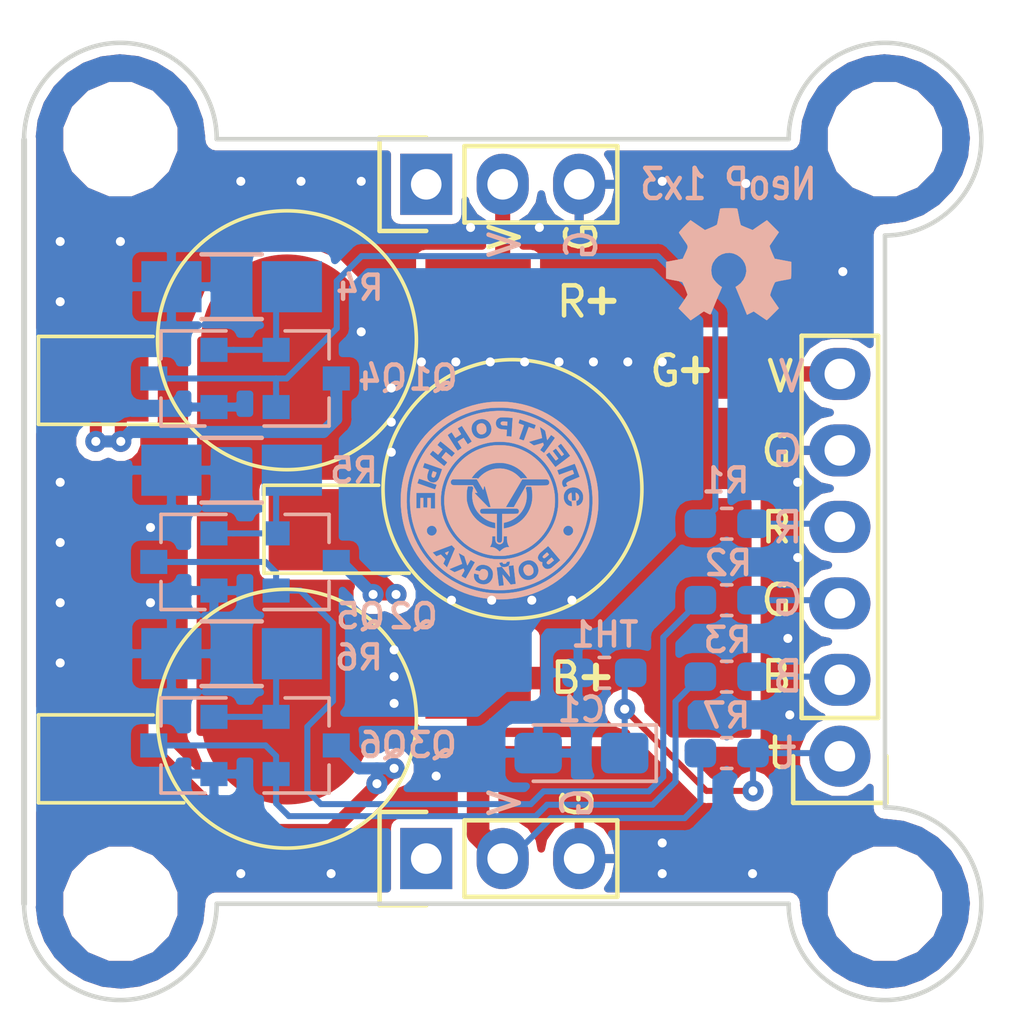
<source format=kicad_pcb>
(kicad_pcb (version 20171130) (host pcbnew "(5.0.0)")
  (layers (0 F.Cu signal) (31 B.Cu signal) (34 B.Paste user) (35 F.Paste user) (36 B.SilkS user) (37 F.SilkS user) (38 B.Mask user hide) (39 F.Mask user) (44 Edge.Cuts user))
  (net 0 "")
  (net 1 GND)
  (net 2 +5V)
  (net 3 "Net-(D1-Pad1)")
  (net 4 R)
  (net 5 G)
  (net 6 B)
  (net 7 TC)
  (net 8 "Net-(Q1-Pad1)")
  (net 9 "Net-(Q2-Pad1)")
  (net 10 "Net-(Q3-Pad1)")
  (net 11 "Net-(Q1-Pad2)")
  (net 12 "Net-(Q2-Pad2)")
  (net 13 "Net-(Q3-Pad2)")
  (net 14 "Net-(D2-Pad1)")
  (net 15 "Net-(D3-Pad1)")
  (module Mounting_Holes:MountingHole_3.2mm_M3 (layer F.Cu) (at 125.4 100)
    (fp_text reference REF** hide)
    (fp_text value MountingHole_3.2mm_M3)
    (pad 1 np_thru_hole circle (at 0 0) (size 3.2 3.2) (drill 3.2) (layers *.Cu *.Mask))
  )
  (module Mounting_Holes:MountingHole_3.2mm_M3 (layer F.Cu) (at 125.4 74.6)
    (fp_text reference REF** hide)
    (fp_text value MountingHole_3.2mm_M3)
    (pad 1 np_thru_hole circle (at 0 0) (size 3.2 3.2) (drill 3.2) (layers *.Cu *.Mask))
  )
  (module Mounting_Holes:MountingHole_3.2mm_M3 (layer F.Cu) (at 100 74.6)
    (fp_text reference REF** hide)
    (fp_text value MountingHole_3.2mm_M3)
    (pad 1 np_thru_hole circle (at 0 0) (size 3.2 3.2) (drill 3.2) (layers *.Cu *.Mask))
  )
  (module Pin_Headers:Pin_Header_Straight_1x06 (layer F.Cu) (at 123.9 95.1 180)
    (fp_text reference J1 hide)
    (fp_text value Conn_01x06_Male)
    (pad 6 thru_hole oval (at 0 12.7 180) (size 2.032 1.7272) (drill 1.016) (layers *.Cu *.Mask) (net 2 +5V))
    (pad 5 thru_hole oval (at 0 10.16 180) (size 2.032 1.7272) (drill 1.016) (layers *.Cu *.Mask) (net 1 GND))
    (pad 4 thru_hole oval (at 0 7.62 180) (size 2.032 1.7272) (drill 1.016) (layers *.Cu *.Mask) (net 4 R))
    (pad 3 thru_hole oval (at 0 5.08 180) (size 2.032 1.7272) (drill 1.016) (layers *.Cu *.Mask) (net 5 G))
    (pad 2 thru_hole oval (at 0 2.54 180) (size 2.032 1.7272) (drill 1.016) (layers *.Cu *.Mask) (net 6 B))
    (pad 1 thru_hole circle (at 0 0 180) (size 2.032 2.032) (drill 1.016) (layers *.Cu *.Mask) (net 7 TC))
  )
  (module Resistors_SMD:R_1206_HandSoldering (layer B.Cu) (at 103.6955 79.502)
    (fp_text reference R4 (at 4.2545 0.0381) (layer B.SilkS) (effects (font (size 0.8 0.8)) (justify mirror)))
    (fp_text value 1,8R)
    (pad 1 smd rect (at -2 0) (size 2 1.7) (layers B.Cu B.Paste B.Mask) (net 1 GND))
    (pad 2 smd rect (at 2 0) (size 2 1.7) (layers B.Cu B.Paste B.Mask) (net 11 "Net-(Q1-Pad2)"))
  )
  (module Resistors_SMD:R_1206_HandSoldering (layer B.Cu) (at 103.6955 85.598)
    (fp_text reference R5 (at 4.064 0.0127) (layer B.SilkS) (effects (font (size 0.8 0.8)) (justify mirror)))
    (fp_text value 1,8R)
    (pad 1 smd rect (at -2 0) (size 2 1.7) (layers B.Cu B.Paste B.Mask) (net 1 GND))
    (pad 2 smd rect (at 2 0) (size 2 1.7) (layers B.Cu B.Paste B.Mask) (net 12 "Net-(Q2-Pad2)"))
  )
  (module Resistors_SMD:R_1206_HandSoldering (layer B.Cu) (at 103.6955 91.694)
    (fp_text reference R6 (at 4.2291 0.127) (layer B.SilkS) (effects (font (size 0.8 0.8)) (justify mirror)))
    (fp_text value 1,8R)
    (pad 2 smd rect (at 2 0) (size 2 1.7) (layers B.Cu B.Paste B.Mask) (net 13 "Net-(Q3-Pad2)"))
    (pad 1 smd rect (at -2 0) (size 2 1.7) (layers B.Cu B.Paste B.Mask) (net 1 GND))
  )
  (module Socket_Strips:Socket_Strip_Straight_1x03 (layer F.Cu) (at 110.16 76.1)
    (fp_text reference J2 hide)
    (fp_text value Conn_01x03_Female)
    (pad 1 thru_hole rect (at 0 0) (size 1.7272 2.032) (drill 1.016) (layers *.Cu *.Mask))
    (pad 2 thru_hole oval (at 2.54 0) (size 1.7272 2.032) (drill 1.016) (layers *.Cu *.Mask) (net 2 +5V))
    (pad 3 thru_hole oval (at 5.08 0) (size 1.7272 2.032) (drill 1.016) (layers *.Cu *.Mask) (net 1 GND))
  )
  (module Socket_Strips:Socket_Strip_Straight_1x03 (layer F.Cu) (at 110.16 98.5)
    (fp_text reference J3 hide)
    (fp_text value Conn_01x03_Female)
    (pad 3 thru_hole oval (at 5.08 0) (size 1.7272 2.032) (drill 1.016) (layers *.Cu *.Mask) (net 1 GND))
    (pad 2 thru_hole oval (at 2.54 0) (size 1.7272 2.032) (drill 1.016) (layers *.Cu *.Mask) (net 2 +5V))
    (pad 1 thru_hole rect (at 0 0) (size 1.7272 2.032) (drill 1.016) (layers *.Cu *.Mask))
  )
  (module Resistor_SMD:R_0603_1608Metric_Pad1.05x0.95mm_HandSolder (layer B.Cu) (at 120.142 87.376)
    (fp_text reference R1 (at -0.0381 -1.4351) (layer B.SilkS) (effects (font (size 0.8 0.8)) (justify mirror)))
    (fp_text value 47k)
    (pad 1 smd roundrect (at -0.875 0) (size 1.05 0.95) (layers B.Cu B.Paste B.Mask) (net 8 "Net-(Q1-Pad1)"))
    (pad 2 smd roundrect (at 0.875 0) (size 1.05 0.95) (layers B.Cu B.Paste B.Mask) (net 4 R))
  )
  (module Resistor_SMD:R_0603_1608Metric_Pad1.05x0.95mm_HandSolder (layer B.Cu) (at 120.142 89.916)
    (fp_text reference R2 (at 0.0508 -1.2319) (layer B.SilkS) (effects (font (size 0.8 0.8)) (justify mirror)))
    (fp_text value 47k)
    (pad 1 smd roundrect (at -0.875 0) (size 1.05 0.95) (layers B.Cu B.Paste B.Mask) (net 9 "Net-(Q2-Pad1)"))
    (pad 2 smd roundrect (at 0.875 0) (size 1.05 0.95) (layers B.Cu B.Paste B.Mask) (net 5 G))
  )
  (module Resistor_SMD:R_0603_1608Metric_Pad1.05x0.95mm_HandSolder (layer B.Cu) (at 120.142 92.456)
    (fp_text reference R3 (at 0.0254 -1.2192) (layer B.SilkS) (effects (font (size 0.8 0.8)) (justify mirror)))
    (fp_text value 47k)
    (pad 2 smd roundrect (at 0.875 0) (size 1.05 0.95) (layers B.Cu B.Paste B.Mask) (net 6 B))
    (pad 1 smd roundrect (at -0.875 0) (size 1.05 0.95) (layers B.Cu B.Paste B.Mask) (net 10 "Net-(Q3-Pad1)"))
  )
  (module Resistor_SMD:R_0603_1608Metric_Pad1.05x0.95mm_HandSolder (layer B.Cu) (at 120.142 94.996 180)
    (fp_text reference R7 (at 0.0127 1.2446 180) (layer B.SilkS) (effects (font (size 0.8 0.8)) (justify mirror)))
    (fp_text value 4,7k)
    (pad 2 smd roundrect (at 0.875 0 180) (size 1.05 0.95) (layers B.Cu B.Paste B.Mask) (net 2 +5V))
    (pad 1 smd roundrect (at -0.875 0 180) (size 1.05 0.95) (layers B.Cu B.Paste B.Mask) (net 7 TC))
  )
  (module Resistor_SMD:R_0603_1608Metric_Pad1.05x0.95mm_HandSolder (layer B.Cu) (at 116.078 92.329 180)
    (fp_text reference TH1 (at -0.0127 1.27 180) (layer B.SilkS) (effects (font (size 0.8 0.8)) (justify mirror)))
    (fp_text value Thermistor_NTC)
    (pad 1 smd roundrect (at -0.875 0 180) (size 1.05 0.95) (layers B.Cu B.Paste B.Mask) (net 7 TC))
    (pad 2 smd roundrect (at 0.875 0 180) (size 1.05 0.95) (layers B.Cu B.Paste B.Mask) (net 1 GND))
  )
  (module Package_TO_SOT_SMD:SOT-23 (layer B.Cu) (at 106.172 82.55)
    (fp_text reference Q1 (at 4.2164 -0.0254) (layer B.SilkS) (effects (font (size 0.8 0.8)) (justify mirror)))
    (fp_text value IRLML2060TRPBF)
    (pad 1 smd rect (at -1 0.95) (size 0.9 0.8) (layers B.Cu B.Paste B.Mask) (net 8 "Net-(Q1-Pad1)"))
    (pad 2 smd rect (at -1 -0.95) (size 0.9 0.8) (layers B.Cu B.Paste B.Mask) (net 11 "Net-(Q1-Pad2)"))
    (pad 3 smd rect (at 1 0) (size 0.9 0.8) (layers B.Cu B.Paste B.Mask) (net 3 "Net-(D1-Pad1)"))
  )
  (module Package_TO_SOT_SMD:SOT-23 (layer B.Cu) (at 106.172 88.646)
    (fp_text reference Q2 (at 3.556 1.8034) (layer B.SilkS) (effects (font (size 0.8 0.8)) (justify mirror)))
    (fp_text value IRLML2060TRPBF)
    (pad 1 smd rect (at -1 0.95) (size 0.9 0.8) (layers B.Cu B.Paste B.Mask) (net 9 "Net-(Q2-Pad1)"))
    (pad 2 smd rect (at -1 -0.95) (size 0.9 0.8) (layers B.Cu B.Paste B.Mask) (net 12 "Net-(Q2-Pad2)"))
    (pad 3 smd rect (at 1 0) (size 0.9 0.8) (layers B.Cu B.Paste B.Mask) (net 14 "Net-(D2-Pad1)"))
  )
  (module Package_TO_SOT_SMD:SOT-23 (layer B.Cu) (at 106.172 94.742)
    (fp_text reference Q3 (at 4.191 -0.0127) (layer B.SilkS) (effects (font (size 0.8 0.8)) (justify mirror)))
    (fp_text value IRLML2060TRPBF)
    (pad 3 smd rect (at 1 0) (size 0.9 0.8) (layers B.Cu B.Paste B.Mask) (net 15 "Net-(D3-Pad1)"))
    (pad 2 smd rect (at -1 -0.95) (size 0.9 0.8) (layers B.Cu B.Paste B.Mask) (net 13 "Net-(Q3-Pad2)"))
    (pad 1 smd rect (at -1 0.95) (size 0.9 0.8) (layers B.Cu B.Paste B.Mask) (net 10 "Net-(Q3-Pad1)"))
  )
  (module Package_TO_SOT_SMD:SOT-23 (layer B.Cu) (at 102.108 82.55 180)
    (fp_text reference Q4 (at -6.604 0.0254 180) (layer B.SilkS) (effects (font (size 0.8 0.8)) (justify mirror)))
    (fp_text value MMBT2222A)
    (pad 1 smd rect (at -1 0.95 180) (size 0.9 0.8) (layers B.Cu B.Paste B.Mask) (net 11 "Net-(Q1-Pad2)"))
    (pad 2 smd rect (at -1 -0.95 180) (size 0.9 0.8) (layers B.Cu B.Paste B.Mask) (net 1 GND))
    (pad 3 smd rect (at 1 0 180) (size 0.9 0.8) (layers B.Cu B.Paste B.Mask) (net 8 "Net-(Q1-Pad1)"))
  )
  (module Package_TO_SOT_SMD:SOT-23 (layer B.Cu) (at 102.108 88.646 180)
    (fp_text reference Q5 (at -5.8674 -1.8034 180) (layer B.SilkS) (effects (font (size 0.8 0.8)) (justify mirror)))
    (fp_text value MMBT2222A)
    (pad 3 smd rect (at 1 0 180) (size 0.9 0.8) (layers B.Cu B.Paste B.Mask) (net 9 "Net-(Q2-Pad1)"))
    (pad 2 smd rect (at -1 -0.95 180) (size 0.9 0.8) (layers B.Cu B.Paste B.Mask) (net 1 GND))
    (pad 1 smd rect (at -1 0.95 180) (size 0.9 0.8) (layers B.Cu B.Paste B.Mask) (net 12 "Net-(Q2-Pad2)"))
  )
  (module Package_TO_SOT_SMD:SOT-23 (layer B.Cu) (at 102.108 94.742 180)
    (fp_text reference Q6 (at -6.6167 0.0127 180) (layer B.SilkS) (effects (font (size 0.8 0.8)) (justify mirror)))
    (fp_text value MMBT2222A)
    (pad 3 smd rect (at 1 0 180) (size 0.9 0.8) (layers B.Cu B.Paste B.Mask) (net 10 "Net-(Q3-Pad1)"))
    (pad 2 smd rect (at -1 -0.95 180) (size 0.9 0.8) (layers B.Cu B.Paste B.Mask) (net 1 GND))
    (pad 1 smd rect (at -1 0.95 180) (size 0.9 0.8) (layers B.Cu B.Paste B.Mask) (net 13 "Net-(Q3-Pad2)"))
  )
  (module Capacitor_Tantalum_SMD:CP_EIA-3216-18_Kemet-A_Pad1.58x1.35mm_HandSolder (layer B.Cu) (at 115.316 94.996 180)
    (fp_text reference C1 (at 0 1.4478 180) (layer B.SilkS) (effects (font (size 0.8 0.8)) (justify mirror)))
    (fp_text value 4,7uF)
    (pad 1 smd roundrect (at -1.4375 0 180) (size 1.575 1.35) (layers B.Cu B.Paste B.Mask) (roundrect_rratio 0.185185) (net 7 TC))
    (pad 2 smd roundrect (at 1.4375 0 180) (size 1.575 1.35) (layers B.Cu B.Paste B.Mask) (roundrect_rratio 0.185185) (net 1 GND))
  )
  (module LED_SMD:LED_1W_3W_R8 (layer F.Cu) (at 105.533 81.28)
    (fp_text reference D1 hide)
    (fp_text value LED_PAD)
    (pad 2 smd rect (at 6.35 -1.35) (size 3.5 2.7) (layers F.Cu F.Paste F.Mask) (net 2 +5V))
    (pad 1 smd rect (at -6.35 1.35) (size 3.5 2.7) (layers F.Cu F.Paste F.Mask) (net 3 "Net-(D1-Pad1)"))
    (pad 3 smd circle (at 0 0) (size 5.7 5.7) (layers F.Cu F.Paste F.Mask) (net 2 +5V))
  )
  (module LED_SMD:LED_1W_3W_R8 (layer F.Cu) (at 113.025 86.225)
    (fp_text reference D2 hide)
    (fp_text value LED_PAD)
    (pad 3 smd circle (at 0 0) (size 5.7 5.7) (layers F.Cu F.Paste F.Mask) (net 2 +5V))
    (pad 1 smd rect (at -6.35 1.35) (size 3.5 2.7) (layers F.Cu F.Paste F.Mask) (net 14 "Net-(D2-Pad1)"))
    (pad 2 smd rect (at 6.35 -1.35) (size 3.5 2.7) (layers F.Cu F.Paste F.Mask) (net 2 +5V))
  )
  (module LED_SMD:LED_1W_3W_R8 (layer F.Cu) (at 105.533 93.853)
    (fp_text reference D3 hide)
    (fp_text value LED_PAD)
    (pad 2 smd rect (at 6.35 -1.35) (size 3.5 2.7) (layers F.Cu F.Paste F.Mask) (net 2 +5V))
    (pad 1 smd rect (at -6.35 1.35) (size 3.5 2.7) (layers F.Cu F.Paste F.Mask) (net 15 "Net-(D3-Pad1)"))
    (pad 3 smd circle (at 0 0) (size 5.7 5.7) (layers F.Cu F.Paste F.Mask) (net 2 +5V))
  )
  (module Mounting_Holes:MountingHole_3.2mm_M3 (layer F.Cu) (at 100 100)
    (fp_text reference REF** hide)
    (fp_text value MountingHole_3.2mm_M3)
    (pad 1 np_thru_hole circle (at 0 0) (size 3.2 3.2) (drill 3.2) (layers *.Cu *.Mask))
  )
  (module Symbols:oshw_5mm (layer B.Cu) (at 120.2 78.8 180)
    (fp_text reference G*** hide)
    (fp_text value LOGO hide)
  )
  (module Symbols:RDC_PCB (layer B.Cu) (at 112.6 86.6 180)
    (fp_text reference G*** hide)
    (fp_text value LOGO hide)
  )
  (gr_text "NeoP 1x3" (at 120.2 76.1) (layer B.SilkS) (effects (font (size 1 0.8)) (justify mirror)))
  (gr_text G (at 118.1 82.3) (layer F.SilkS) (effects (font (size 1 1))))
  (gr_text R (at 115 80) (layer F.SilkS) (effects (font (size 1 1))))
  (gr_text B (at 114.8 92.5) (layer F.SilkS) (effects (font (size 1 1))))
  (gr_text + (at 115.8 92.4) (layer F.SilkS) (effects (font (size 1 1) (thickness 0.2))))
  (gr_text + (at 119.1 82.2) (layer F.SilkS) (effects (font (size 1 1) (thickness 0.2))))
  (gr_text + (at 116 79.9) (layer F.SilkS) (effects (font (size 1 1) (thickness 0.2))))
  (gr_arc (start 100 100) (end 96.8 100) (angle -180) (layer Edge.Cuts) (width 0.15))
  (gr_line (start 96.8 74.625) (end 96.8 100) (layer Edge.Cuts) (width 0.2))
  (gr_arc (start 100 74.6) (end 103.2 74.6) (angle -180) (layer Edge.Cuts) (width 0.15))
  (gr_text G (at 115.316 78.105 90) (layer B.SilkS) (effects (font (size 1 1)) (justify mirror)))
  (gr_text V (at 112.776 78.105 90) (layer B.SilkS) (effects (font (size 1 1)) (justify mirror)))
  (gr_text V (at 112.776 96.647 90) (layer B.SilkS) (effects (font (size 1 1)) (justify mirror)))
  (gr_text G (at 115.189 96.647 90) (layer B.SilkS) (effects (font (size 1 1)) (justify mirror)))
  (gr_text V (at 112.776 96.647 90) (layer F.SilkS) (effects (font (size 1 1))))
  (gr_text G (at 115.189 96.647 90) (layer F.SilkS) (effects (font (size 1 1))))
  (gr_text G (at 115.316 77.851 90) (layer F.SilkS) (effects (font (size 1 1))))
  (gr_text V (at 112.776 77.851 90) (layer F.SilkS) (effects (font (size 1 1))))
  (gr_text t (at 122.174 94.996) (layer B.SilkS) (effects (font (size 1 1)) (justify mirror)))
  (gr_text B (at 122.174 92.456) (layer B.SilkS) (effects (font (size 1 1)) (justify mirror)))
  (gr_text G (at 122.174 89.916) (layer B.SilkS) (effects (font (size 1 1)) (justify mirror)))
  (gr_text R (at 122.174 87.503) (layer B.SilkS) (effects (font (size 1 1)) (justify mirror)))
  (gr_text G (at 122.174 84.963) (layer B.SilkS) (effects (font (size 1 1)) (justify mirror)))
  (gr_text V (at 122.301 82.4865) (layer B.SilkS) (effects (font (size 1 1)) (justify mirror)))
  (gr_text t (at 121.793 94.996) (layer F.SilkS) (effects (font (size 1 1))))
  (gr_text B (at 121.793 92.456) (layer F.SilkS) (effects (font (size 1 1))))
  (gr_text G (at 121.793 89.916) (layer F.SilkS) (effects (font (size 1 1))))
  (gr_text R (at 121.793 87.503) (layer F.SilkS) (effects (font (size 1 1))))
  (gr_text G (at 121.793 84.963) (layer F.SilkS) (effects (font (size 1 1))))
  (gr_text V (at 121.92 82.4865) (layer F.SilkS) (effects (font (size 1 1))))
  (gr_arc (start 125.4 100) (end 122.2 100) (angle -270) (layer Edge.Cuts) (width 0.15))
  (gr_arc (start 125.4 74.6) (end 125.4 77.8) (angle -270) (layer Edge.Cuts) (width 0.15))
  (gr_line (start 122.2 100) (end 103.2 100) (layer Edge.Cuts) (width 0.15))
  (gr_line (start 125.4 77.8) (end 125.4 96.8) (layer Edge.Cuts) (width 0.15))
  (gr_line (start 103.2 74.6) (end 122.2 74.6) (layer Edge.Cuts) (width 0.15))
  (via (at 104 99) (size 0.7) (drill 0.3) (layers F.Cu B.Cu) (net 1))
  (via (at 107 99) (size 0.7) (drill 0.3) (layers F.Cu B.Cu) (net 1))
  (via (at 108 76) (size 0.7) (drill 0.3) (layers F.Cu B.Cu) (net 1))
  (via (at 104 76) (size 0.7) (drill 0.3) (layers F.Cu B.Cu) (net 1))
  (via (at 106 76) (size 0.7) (drill 0.3) (layers F.Cu B.Cu) (net 1))
  (via (at 118 99) (size 0.7) (drill 0.3) (layers F.Cu B.Cu) (net 1))
  (via (at 121 99) (size 0.7) (drill 0.3) (layers F.Cu B.Cu) (net 1))
  (via (at 122.5 88.5) (size 0.7) (drill 0.3) (layers F.Cu B.Cu) (net 1))
  (via (at 122.5 86) (size 0.7) (drill 0.3) (layers F.Cu B.Cu) (net 1))
  (via (at 101 87.5) (size 0.7) (drill 0.3) (layers F.Cu B.Cu) (net 1))
  (via (at 101 90) (size 0.7) (drill 0.3) (layers F.Cu B.Cu) (net 1))
  (via (at 122.2375 93.726) (size 0.7) (drill 0.3) (layers F.Cu B.Cu) (net 1))
  (via (at 122.174 91.186) (size 0.7) (drill 0.3) (layers F.Cu B.Cu) (net 1))
  (via (at 113.919 77.5335) (size 0.7) (drill 0.3) (layers F.Cu B.Cu) (net 1))
  (via (at 111.633 77.5335) (size 0.7) (drill 0.3) (layers F.Cu B.Cu) (net 1))
  (via (at 118 76) (size 0.7) (drill 0.3) (layers F.Cu B.Cu) (net 1))
  (via (at 124 79) (size 0.7) (drill 0.3) (layers F.Cu B.Cu) (net 1))
  (via (at 118 97.9805) (size 0.7) (drill 0.3) (layers F.Cu B.Cu) (net 1))
  (via (at 110.49 95.758) (size 0.7) (drill 0.3) (layers F.Cu B.Cu) (net 1))
  (via (at 120.777 76.073) (size 0.7) (drill 0.3) (layers F.Cu B.Cu) (net 1))
  (via (at 98 78) (size 0.7) (drill 0.3) (layers F.Cu B.Cu) (net 1))
  (via (at 98 80) (size 0.7) (drill 0.3) (layers F.Cu B.Cu) (net 1))
  (via (at 98 86) (size 0.7) (drill 0.3) (layers F.Cu B.Cu) (net 1))
  (via (at 98 88) (size 0.7) (drill 0.3) (layers F.Cu B.Cu) (net 1))
  (via (at 98 90) (size 0.7) (drill 0.3) (layers F.Cu B.Cu) (net 1))
  (via (at 98 92) (size 0.7) (drill 0.3) (layers F.Cu B.Cu) (net 1))
  (via (at 100 78) (size 0.7) (drill 0.3) (layers F.Cu B.Cu) (net 1))
  (via (at 108 81) (size 0.7) (drill 0.3) (layers F.Cu B.Cu) (net 2))
  (segment (start 112.7 98.5) (end 112.7 98.3476) (width 0.5) (layer B.Cu) (net 2))
  (segment (start 112.7 98.222) (end 112.7 98.5) (width 0.5) (layer F.Cu) (net 2))
  (segment (start 112.7 98.5) (end 112.955 98.5) (width 0.2) (layer B.Cu) (net 2))
  (segment (start 112.955 98.5) (end 114.3 97.155) (width 0.2) (layer B.Cu) (net 2))
  (segment (start 114.3 97.155) (end 118.745 97.155) (width 0.2) (layer B.Cu) (net 2))
  (segment (start 119.267 96.633) (end 119.267 94.996) (width 0.2) (layer B.Cu) (net 2))
  (segment (start 118.745 97.155) (end 119.267 96.633) (width 0.2) (layer B.Cu) (net 2))
  (segment (start 123.9 82.4) (end 121.85 82.4) (width 0.5) (layer F.Cu) (net 2))
  (segment (start 112.7 79.113) (end 111.883 79.93) (width 0.5) (layer F.Cu) (net 2))
  (segment (start 112.7 76.1) (end 112.7 79.113) (width 0.5) (layer F.Cu) (net 2))
  (segment (start 111.883 79.93) (end 111.883 82) (width 0.5) (layer F.Cu) (net 2))
  (segment (start 111.883 82.2285) (end 111.244 82.8675) (width 0.5) (layer F.Cu) (net 2))
  (segment (start 107.1205 82.8675) (end 105.533 81.28) (width 0.5) (layer F.Cu) (net 2))
  (segment (start 111.244 82.8675) (end 109 82.8675) (width 0.5) (layer F.Cu) (net 2))
  (segment (start 111.883 79.93) (end 111.883 82.6095) (width 2) (layer F.Cu) (net 2))
  (segment (start 111.883 97.683) (end 112.7 98.5) (width 0.75) (layer F.Cu) (net 2))
  (segment (start 111.883 92.503) (end 111.883 97.683) (width 0.75) (layer F.Cu) (net 2))
  (via (at 114.571428 82) (size 0.7) (drill 0.3) (layers F.Cu B.Cu) (net 2))
  (segment (start 119.375 84.875) (end 116.125 84.875) (width 0.75) (layer F.Cu) (net 2))
  (segment (start 119.375 84.875) (end 119.375 82.375) (width 0.75) (layer F.Cu) (net 2))
  (segment (start 119.375 84.875) (end 119.375 87.625) (width 0.75) (layer F.Cu) (net 2))
  (segment (start 111.883 92.503) (end 114.497 92.503) (width 0.75) (layer F.Cu) (net 2))
  (segment (start 111.883 92.503) (end 111.883 90.117) (width 0.75) (layer F.Cu) (net 2))
  (segment (start 111.883 92.503) (end 109.503 92.503) (width 0.75) (layer F.Cu) (net 2))
  (via (at 113.428571 82) (size 0.7) (drill 0.3) (layers F.Cu B.Cu) (net 2))
  (segment (start 111.883 82) (end 111.883 82.2285) (width 0.5) (layer F.Cu) (net 2))
  (via (at 111.142857 82) (size 0.7) (drill 0.3) (layers F.Cu B.Cu) (net 2))
  (segment (start 111.883 82) (end 111.883 82) (width 0.5) (layer F.Cu) (net 2))
  (via (at 112.285714 82) (size 0.7) (drill 0.3) (layers F.Cu B.Cu) (net 2))
  (via (at 110 82) (size 0.7) (drill 0.3) (layers F.Cu B.Cu) (net 2))
  (via (at 116.857142 82) (size 0.7) (drill 0.3) (layers F.Cu B.Cu) (net 2))
  (via (at 115.714285 82) (size 0.7) (drill 0.3) (layers F.Cu B.Cu) (net 2))
  (via (at 118 82) (size 0.7) (drill 0.3) (layers F.Cu B.Cu) (net 2))
  (via (at 111 89.916) (size 0.7) (drill 0.3) (layers F.Cu B.Cu) (net 2))
  (segment (start 111.883 90.117) (end 111.883 90.117) (width 0.75) (layer F.Cu) (net 2))
  (via (at 115 89.916) (size 0.7) (drill 0.3) (layers F.Cu B.Cu) (net 2))
  (segment (start 109 82.8675) (end 107.1205 82.8675) (width 0.5) (layer F.Cu) (net 2))
  (via (at 109 82.8675) (size 0.7) (drill 0.3) (layers F.Cu B.Cu) (net 2))
  (via (at 109 84) (size 0.7) (drill 0.3) (layers F.Cu B.Cu) (net 2))
  (via (at 109 85) (size 0.7) (drill 0.3) (layers F.Cu B.Cu) (net 2))
  (segment (start 119.4 82.4) (end 119.375 82.375) (width 0.5) (layer F.Cu) (net 2))
  (segment (start 123.9 82.4) (end 119.4 82.4) (width 0.5) (layer F.Cu) (net 2))
  (via (at 109.093 93.345) (size 0.7) (drill 0.3) (layers F.Cu B.Cu) (net 2))
  (via (at 109.093 91.567) (size 0.7) (drill 0.3) (layers F.Cu B.Cu) (net 2))
  (segment (start 109.503 92.503) (end 109.503 92.503) (width 0.75) (layer F.Cu) (net 2))
  (via (at 109.093 92.456) (size 0.7) (drill 0.3) (layers F.Cu B.Cu) (net 2))
  (via (at 113.666666 89.916) (size 0.7) (drill 0.3) (layers F.Cu B.Cu) (net 2))
  (via (at 112.333333 89.916) (size 0.7) (drill 0.3) (layers F.Cu B.Cu) (net 2))
  (via (at 99.183 84.6415) (size 0.7) (drill 0.3) (layers F.Cu B.Cu) (net 3))
  (segment (start 99.183 84.6415) (end 100.0125 84.6415) (width 0.4) (layer B.Cu) (net 3))
  (segment (start 100.0165 84.6415) (end 100.33 84.328) (width 0.4) (layer B.Cu) (net 3))
  (segment (start 100.33 84.328) (end 106.7435 84.328) (width 0.4) (layer B.Cu) (net 3))
  (segment (start 107.172 83.8995) (end 107.172 82.55) (width 0.4) (layer B.Cu) (net 3))
  (segment (start 106.7435 84.328) (end 107.172 83.8995) (width 0.4) (layer B.Cu) (net 3))
  (segment (start 100.0125 84.6415) (end 100.0165 84.6415) (width 0.4) (layer B.Cu) (net 3))
  (via (at 100.0125 84.6415) (size 0.7) (drill 0.3) (layers F.Cu B.Cu) (net 3))
  (segment (start 100.0125 83.4595) (end 99.183 82.63) (width 0.4) (layer F.Cu) (net 3))
  (segment (start 100.0125 84.6415) (end 100.0125 83.4595) (width 0.4) (layer F.Cu) (net 3))
  (segment (start 99.183 84.6415) (end 99.183 82.63) (width 0.4) (layer F.Cu) (net 3))
  (segment (start 123.796 87.376) (end 123.9 87.48) (width 0.2) (layer B.Cu) (net 4))
  (segment (start 121.017 87.376) (end 123.796 87.376) (width 0.2) (layer B.Cu) (net 4))
  (segment (start 123.796 89.916) (end 123.9 90.02) (width 0.2) (layer B.Cu) (net 5))
  (segment (start 121.017 89.916) (end 123.796 89.916) (width 0.2) (layer B.Cu) (net 5))
  (segment (start 123.796 92.456) (end 123.9 92.56) (width 0.2) (layer B.Cu) (net 6))
  (segment (start 121.017 92.456) (end 123.796 92.456) (width 0.2) (layer B.Cu) (net 6))
  (segment (start 123.796 94.996) (end 123.9 95.1) (width 0.2) (layer B.Cu) (net 7))
  (segment (start 121.017 94.996) (end 123.796 94.996) (width 0.2) (layer B.Cu) (net 7))
  (via (at 116.7535 93.5355) (size 0.7) (drill 0.3) (layers F.Cu B.Cu) (net 7))
  (segment (start 116.7535 93.5379) (end 116.7535 93.5355) (width 0.2) (layer F.Cu) (net 7))
  (segment (start 118.3156 95.1) (end 116.7535 93.5379) (width 0.2) (layer F.Cu) (net 7))
  (segment (start 116.7535 94.996) (end 116.7535 93.5355) (width 0.2) (layer B.Cu) (net 7))
  (segment (start 116.7535 92.5285) (end 116.953 92.329) (width 0.2) (layer B.Cu) (net 7))
  (segment (start 116.7535 93.5355) (end 116.7535 92.5285) (width 0.2) (layer B.Cu) (net 7))
  (segment (start 121.017 94.996) (end 121.017 96.252) (width 0.2) (layer B.Cu) (net 7))
  (via (at 121.017 96.252) (size 0.7) (drill 0.3) (layers F.Cu B.Cu) (net 7))
  (segment (start 119.47 96.252) (end 116.7535 93.5355) (width 0.2) (layer F.Cu) (net 7))
  (segment (start 121.017 96.252) (end 119.47 96.252) (width 0.2) (layer F.Cu) (net 7))
  (segment (start 101.108 82.55) (end 104.648 82.55) (width 0.2) (layer B.Cu) (net 8))
  (segment (start 105.17 82.898) (end 105.17 82.55) (width 0.2) (layer B.Cu) (net 8))
  (segment (start 105.172 82.9) (end 105.17 82.898) (width 0.2) (layer B.Cu) (net 8))
  (segment (start 105.172 83.5) (end 105.172 82.9) (width 0.2) (layer B.Cu) (net 8))
  (segment (start 104.648 82.55) (end 105.17 82.55) (width 0.2) (layer B.Cu) (net 8))
  (segment (start 119.766072 86.876928) (end 119.267 87.376) (width 0.2) (layer B.Cu) (net 8))
  (segment (start 119.766072 80.396072) (end 119.766072 86.876928) (width 0.2) (layer B.Cu) (net 8))
  (segment (start 105.17 82.55) (end 105.522 82.55) (width 0.2) (layer B.Cu) (net 8))
  (segment (start 105.522 82.55) (end 107.188 80.884) (width 0.2) (layer B.Cu) (net 8))
  (segment (start 107.188 80.884) (end 107.188 79.3115) (width 0.2) (layer B.Cu) (net 8))
  (segment (start 107.188 79.3115) (end 108.0135 78.486) (width 0.2) (layer B.Cu) (net 8))
  (segment (start 108.0135 78.486) (end 117.856 78.486) (width 0.2) (layer B.Cu) (net 8))
  (segment (start 117.856 78.486) (end 119.766072 80.396072) (width 0.2) (layer B.Cu) (net 8))
  (segment (start 105.172 88.996) (end 105.172 89.596) (width 0.2) (layer B.Cu) (net 9))
  (segment (start 104.822 88.646) (end 105.172 88.996) (width 0.2) (layer B.Cu) (net 9))
  (segment (start 101.108 88.646) (end 104.822 88.646) (width 0.2) (layer B.Cu) (net 9))
  (segment (start 113.632114 96.69149) (end 114.057604 96.266) (width 0.2) (layer B.Cu) (net 9))
  (segment (start 118.0338 95.789202) (end 117.938002 95.885) (width 0.2) (layer B.Cu) (net 9))
  (segment (start 117.557002 96.266) (end 117.938002 95.885) (width 0.2) (layer B.Cu) (net 9))
  (segment (start 114.057604 96.266) (end 117.557002 96.266) (width 0.2) (layer B.Cu) (net 9))
  (segment (start 107.061 90.679999) (end 105.977001 89.596) (width 0.2) (layer B.Cu) (net 9))
  (segment (start 112.649 96.69149) (end 106.66099 96.69149) (width 0.2) (layer B.Cu) (net 9))
  (segment (start 106.66099 96.69149) (end 106.2101 96.2406) (width 0.2) (layer B.Cu) (net 9))
  (segment (start 107.061 93.2688) (end 107.061 90.679999) (width 0.2) (layer B.Cu) (net 9))
  (segment (start 106.2101 94.1197) (end 107.061 93.2688) (width 0.2) (layer B.Cu) (net 9))
  (segment (start 119.267 89.916) (end 118.0338 91.1492) (width 0.2) (layer B.Cu) (net 9))
  (segment (start 118.0338 91.1492) (end 118.0338 95.789202) (width 0.2) (layer B.Cu) (net 9))
  (segment (start 106.2101 96.2406) (end 106.2101 94.1197) (width 0.2) (layer B.Cu) (net 9))
  (segment (start 105.977001 89.596) (end 105.172 89.596) (width 0.2) (layer B.Cu) (net 9))
  (segment (start 112.649 96.69149) (end 113.632114 96.69149) (width 0.2) (layer B.Cu) (net 9))
  (segment (start 104.822 94.742) (end 105.172 95.092) (width 0.2) (layer B.Cu) (net 10))
  (segment (start 101.108 94.742) (end 104.822 94.742) (width 0.2) (layer B.Cu) (net 10))
  (segment (start 105.172 95.092) (end 105.172 95.692) (width 0.2) (layer B.Cu) (net 10))
  (segment (start 105.6005 97.0915) (end 105.172 96.663) (width 0.2) (layer B.Cu) (net 10))
  (segment (start 105.172 96.663) (end 105.172 95.692) (width 0.2) (layer B.Cu) (net 10))
  (segment (start 119.267 92.456) (end 118.44199 93.28101) (width 0.2) (layer B.Cu) (net 10))
  (segment (start 112.8395 97.0915) (end 113.797802 97.0915) (width 0.2) (layer B.Cu) (net 10))
  (segment (start 112.8395 97.0915) (end 105.6005 97.0915) (width 0.2) (layer B.Cu) (net 10))
  (segment (start 113.797802 97.0915) (end 114.178802 96.7105) (width 0.2) (layer B.Cu) (net 10))
  (segment (start 118.44199 93.28101) (end 118.44199 95.6945) (width 0.2) (layer B.Cu) (net 10))
  (segment (start 117.67999 96.7105) (end 118.44199 95.9485) (width 0.2) (layer B.Cu) (net 10))
  (segment (start 117.6655 96.7105) (end 117.67999 96.7105) (width 0.2) (layer B.Cu) (net 10))
  (segment (start 118.44199 95.9485) (end 118.44199 95.6945) (width 0.2) (layer B.Cu) (net 10))
  (segment (start 114.178802 96.7105) (end 117.6655 96.7105) (width 0.2) (layer B.Cu) (net 10))
  (segment (start 103.758 81.6) (end 105.172 81.6) (width 0.2) (layer B.Cu) (net 11))
  (segment (start 103.108 81.6) (end 103.758 81.6) (width 0.2) (layer B.Cu) (net 11))
  (segment (start 105.172 80.089) (end 105.759 79.502) (width 0.2) (layer B.Cu) (net 11))
  (segment (start 105.172 81.6) (end 105.172 80.089) (width 0.2) (layer B.Cu) (net 11))
  (segment (start 103.758 87.696) (end 105.172 87.696) (width 0.2) (layer B.Cu) (net 12))
  (segment (start 103.108 87.696) (end 103.758 87.696) (width 0.2) (layer B.Cu) (net 12))
  (segment (start 105.172 86.185) (end 105.759 85.598) (width 0.2) (layer B.Cu) (net 12))
  (segment (start 105.172 87.696) (end 105.172 86.185) (width 0.2) (layer B.Cu) (net 12))
  (segment (start 103.758 93.792) (end 105.172 93.792) (width 0.2) (layer B.Cu) (net 13))
  (segment (start 103.108 93.792) (end 103.758 93.792) (width 0.2) (layer B.Cu) (net 13))
  (segment (start 105.172 92.281) (end 105.759 91.694) (width 0.2) (layer B.Cu) (net 13))
  (segment (start 105.172 93.792) (end 105.172 92.281) (width 0.2) (layer B.Cu) (net 13))
  (via (at 109.1565 89.7255) (size 0.7) (drill 0.3) (layers F.Cu B.Cu) (net 14))
  (via (at 108.3945 89.7255) (size 0.7) (drill 0.3) (layers F.Cu B.Cu) (net 14))
  (segment (start 107.315 88.646) (end 108.3945 89.7255) (width 0.4) (layer B.Cu) (net 14))
  (segment (start 107.172 88.646) (end 107.315 88.646) (width 0.4) (layer B.Cu) (net 14))
  (segment (start 108.3945 89.2945) (end 106.675 87.575) (width 0.4) (layer F.Cu) (net 14))
  (segment (start 108.3945 89.7255) (end 108.3945 89.2945) (width 0.4) (layer F.Cu) (net 14))
  (segment (start 107.006 87.575) (end 109.1565 89.7255) (width 0.4) (layer F.Cu) (net 14))
  (segment (start 106.675 87.575) (end 107.006 87.575) (width 0.4) (layer F.Cu) (net 14))
  (segment (start 108.3945 89.7255) (end 109.1565 89.7255) (width 0.4) (layer F.Cu) (net 14))
  (segment (start 106.9975 97.5995) (end 108.5215 96.0755) (width 0.4) (layer F.Cu) (net 15))
  (via (at 109.093 95.504) (size 0.7) (drill 0.3) (layers F.Cu B.Cu) (net 15))
  (segment (start 107.934 95.504) (end 107.172 94.742) (width 0.4) (layer B.Cu) (net 15))
  (segment (start 108.5215 96.0755) (end 109.093 95.504) (width 0.4) (layer F.Cu) (net 15))
  (via (at 108.5215 96.012) (size 0.7) (drill 0.3) (layers F.Cu B.Cu) (net 15))
  (segment (start 108.5215 96.0755) (end 108.5215 95.504) (width 0.4) (layer B.Cu) (net 15))
  (segment (start 109.093 95.504) (end 108.5215 95.504) (width 0.4) (layer B.Cu) (net 15))
  (segment (start 108.5215 95.504) (end 107.934 95.504) (width 0.4) (layer B.Cu) (net 15))
  (segment (start 101.3625 95.203) (end 103.759 97.5995) (width 0.5) (layer F.Cu) (net 15))
  (segment (start 99.183 95.203) (end 101.3625 95.203) (width 0.5) (layer F.Cu) (net 15))
  (segment (start 106.9975 97.5995) (end 109.093 95.504) (width 0.5) (layer F.Cu) (net 15))
  (segment (start 103.759 97.5995) (end 106.9975 97.5995) (width 0.5) (layer F.Cu) (net 15))
  (zone (net 2) (net_name +5V) (layer F.Cu) (priority 1) (connect_pads (clearance 0.3)) (min_thickness 0.254) (fill yes (arc_segments 16) (thermal_gap 0.3) (thermal_bridge_width 0.3))
    (polygon (pts (xy 102.5525 81.153) (xy 120.9675 81.153) (xy 120.9675 94.488) (xy 102.525 94.425)))
  )
  (zone (net 1) (net_name GND) (layer B.Cu) (connect_pads (clearance 0.3)) (min_thickness 0.254) (fill yes (arc_segments 16) (thermal_gap 0.3) (thermal_bridge_width 0.3))
    (polygon (pts (xy 96.0755 69.977) (xy 130 70) (xy 130 104) (xy 96 104)))
  )
  (zone (net 1) (net_name GND) (layer F.Cu) (connect_pads (clearance 0.3)) (min_thickness 0.254) (fill yes (arc_segments 16) (thermal_gap 0.3) (thermal_bridge_width 0.3))
    (polygon (pts (xy 96.075 70.65) (xy 130 70) (xy 130 104) (xy 96 104)))
  )
  (zone (net 2) (net_name +5V) (layer B.Cu) (priority 1) (connect_pads (clearance 0.3)) (min_thickness 0.254) (fill yes (arc_segments 16) (thermal_gap 0.508) (thermal_bridge_width 0.508))
    (polygon (pts (xy 107.2515 79.3115) (xy 108.0135 78.486) (xy 117.856 78.486) (xy 119.761 80.391) (xy 119.761 86.487) (xy 115.697 90.551) (xy 113.9825 90.551) (xy 113.665 90.9955) (xy 113.665 92.964) (xy 112.8395 92.964) (xy 111.887 93.7895) (xy 109.0295 93.7895) (xy 107.3785 93.7895) (xy 107.2515 93.6625)))
  )
)
</source>
